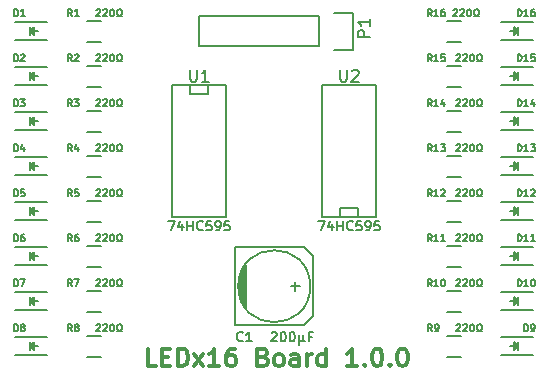
<source format=gbr>
G04 #@! TF.FileFunction,Legend,Top*
%FSLAX46Y46*%
G04 Gerber Fmt 4.6, Leading zero omitted, Abs format (unit mm)*
G04 Created by KiCad (PCBNEW 4.0.1-stable) date 2016 January 27, Wednesday 21:53:49*
%MOMM*%
G01*
G04 APERTURE LIST*
%ADD10C,0.100000*%
%ADD11C,0.300000*%
%ADD12C,0.150000*%
G04 APERTURE END LIST*
D10*
D11*
X101764001Y-79164571D02*
X101049715Y-79164571D01*
X101049715Y-77664571D01*
X102264001Y-78378857D02*
X102764001Y-78378857D01*
X102978287Y-79164571D02*
X102264001Y-79164571D01*
X102264001Y-77664571D01*
X102978287Y-77664571D01*
X103621144Y-79164571D02*
X103621144Y-77664571D01*
X103978287Y-77664571D01*
X104192572Y-77736000D01*
X104335430Y-77878857D01*
X104406858Y-78021714D01*
X104478287Y-78307429D01*
X104478287Y-78521714D01*
X104406858Y-78807429D01*
X104335430Y-78950286D01*
X104192572Y-79093143D01*
X103978287Y-79164571D01*
X103621144Y-79164571D01*
X104978287Y-79164571D02*
X105764001Y-78164571D01*
X104978287Y-78164571D02*
X105764001Y-79164571D01*
X107121144Y-79164571D02*
X106264001Y-79164571D01*
X106692573Y-79164571D02*
X106692573Y-77664571D01*
X106549716Y-77878857D01*
X106406858Y-78021714D01*
X106264001Y-78093143D01*
X108406858Y-77664571D02*
X108121144Y-77664571D01*
X107978287Y-77736000D01*
X107906858Y-77807429D01*
X107764001Y-78021714D01*
X107692572Y-78307429D01*
X107692572Y-78878857D01*
X107764001Y-79021714D01*
X107835429Y-79093143D01*
X107978287Y-79164571D01*
X108264001Y-79164571D01*
X108406858Y-79093143D01*
X108478287Y-79021714D01*
X108549715Y-78878857D01*
X108549715Y-78521714D01*
X108478287Y-78378857D01*
X108406858Y-78307429D01*
X108264001Y-78236000D01*
X107978287Y-78236000D01*
X107835429Y-78307429D01*
X107764001Y-78378857D01*
X107692572Y-78521714D01*
X110835429Y-78378857D02*
X111049715Y-78450286D01*
X111121143Y-78521714D01*
X111192572Y-78664571D01*
X111192572Y-78878857D01*
X111121143Y-79021714D01*
X111049715Y-79093143D01*
X110906857Y-79164571D01*
X110335429Y-79164571D01*
X110335429Y-77664571D01*
X110835429Y-77664571D01*
X110978286Y-77736000D01*
X111049715Y-77807429D01*
X111121143Y-77950286D01*
X111121143Y-78093143D01*
X111049715Y-78236000D01*
X110978286Y-78307429D01*
X110835429Y-78378857D01*
X110335429Y-78378857D01*
X112049715Y-79164571D02*
X111906857Y-79093143D01*
X111835429Y-79021714D01*
X111764000Y-78878857D01*
X111764000Y-78450286D01*
X111835429Y-78307429D01*
X111906857Y-78236000D01*
X112049715Y-78164571D01*
X112264000Y-78164571D01*
X112406857Y-78236000D01*
X112478286Y-78307429D01*
X112549715Y-78450286D01*
X112549715Y-78878857D01*
X112478286Y-79021714D01*
X112406857Y-79093143D01*
X112264000Y-79164571D01*
X112049715Y-79164571D01*
X113835429Y-79164571D02*
X113835429Y-78378857D01*
X113764000Y-78236000D01*
X113621143Y-78164571D01*
X113335429Y-78164571D01*
X113192572Y-78236000D01*
X113835429Y-79093143D02*
X113692572Y-79164571D01*
X113335429Y-79164571D01*
X113192572Y-79093143D01*
X113121143Y-78950286D01*
X113121143Y-78807429D01*
X113192572Y-78664571D01*
X113335429Y-78593143D01*
X113692572Y-78593143D01*
X113835429Y-78521714D01*
X114549715Y-79164571D02*
X114549715Y-78164571D01*
X114549715Y-78450286D02*
X114621143Y-78307429D01*
X114692572Y-78236000D01*
X114835429Y-78164571D01*
X114978286Y-78164571D01*
X116121143Y-79164571D02*
X116121143Y-77664571D01*
X116121143Y-79093143D02*
X115978286Y-79164571D01*
X115692572Y-79164571D01*
X115549714Y-79093143D01*
X115478286Y-79021714D01*
X115406857Y-78878857D01*
X115406857Y-78450286D01*
X115478286Y-78307429D01*
X115549714Y-78236000D01*
X115692572Y-78164571D01*
X115978286Y-78164571D01*
X116121143Y-78236000D01*
X118764000Y-79164571D02*
X117906857Y-79164571D01*
X118335429Y-79164571D02*
X118335429Y-77664571D01*
X118192572Y-77878857D01*
X118049714Y-78021714D01*
X117906857Y-78093143D01*
X119406857Y-79021714D02*
X119478285Y-79093143D01*
X119406857Y-79164571D01*
X119335428Y-79093143D01*
X119406857Y-79021714D01*
X119406857Y-79164571D01*
X120406857Y-77664571D02*
X120549714Y-77664571D01*
X120692571Y-77736000D01*
X120764000Y-77807429D01*
X120835429Y-77950286D01*
X120906857Y-78236000D01*
X120906857Y-78593143D01*
X120835429Y-78878857D01*
X120764000Y-79021714D01*
X120692571Y-79093143D01*
X120549714Y-79164571D01*
X120406857Y-79164571D01*
X120264000Y-79093143D01*
X120192571Y-79021714D01*
X120121143Y-78878857D01*
X120049714Y-78593143D01*
X120049714Y-78236000D01*
X120121143Y-77950286D01*
X120192571Y-77807429D01*
X120264000Y-77736000D01*
X120406857Y-77664571D01*
X121549714Y-79021714D02*
X121621142Y-79093143D01*
X121549714Y-79164571D01*
X121478285Y-79093143D01*
X121549714Y-79021714D01*
X121549714Y-79164571D01*
X122549714Y-77664571D02*
X122692571Y-77664571D01*
X122835428Y-77736000D01*
X122906857Y-77807429D01*
X122978286Y-77950286D01*
X123049714Y-78236000D01*
X123049714Y-78593143D01*
X122978286Y-78878857D01*
X122906857Y-79021714D01*
X122835428Y-79093143D01*
X122692571Y-79164571D01*
X122549714Y-79164571D01*
X122406857Y-79093143D01*
X122335428Y-79021714D01*
X122264000Y-78878857D01*
X122192571Y-78593143D01*
X122192571Y-78236000D01*
X122264000Y-77950286D01*
X122335428Y-77807429D01*
X122406857Y-77736000D01*
X122549714Y-77664571D01*
D12*
X108839000Y-71628000D02*
X108839000Y-73152000D01*
X108966000Y-73533000D02*
X108966000Y-71247000D01*
X109093000Y-70993000D02*
X109093000Y-73787000D01*
X109220000Y-74041000D02*
X109220000Y-70739000D01*
X109347000Y-70612000D02*
X109347000Y-74168000D01*
X108458000Y-69088000D02*
X108458000Y-75692000D01*
X108458000Y-75692000D02*
X114300000Y-75692000D01*
X114300000Y-75692000D02*
X115062000Y-74930000D01*
X115062000Y-74930000D02*
X115062000Y-69850000D01*
X115062000Y-69850000D02*
X114300000Y-69088000D01*
X114300000Y-69088000D02*
X108458000Y-69088000D01*
X113919000Y-72390000D02*
X113157000Y-72390000D01*
X113538000Y-72009000D02*
X113538000Y-72771000D01*
X114808000Y-72390000D02*
G75*
G03X114808000Y-72390000I-3048000J0D01*
G01*
X89840000Y-51550000D02*
X92540000Y-51550000D01*
X89840000Y-50050000D02*
X92540000Y-50050000D01*
X91340000Y-50950000D02*
X91340000Y-50700000D01*
X91340000Y-50700000D02*
X91190000Y-50850000D01*
X91090000Y-50450000D02*
X91090000Y-51150000D01*
X91440000Y-50800000D02*
X91790000Y-50800000D01*
X91090000Y-50800000D02*
X91440000Y-50450000D01*
X91440000Y-50450000D02*
X91440000Y-51150000D01*
X91440000Y-51150000D02*
X91090000Y-50800000D01*
X89840000Y-55360000D02*
X92540000Y-55360000D01*
X89840000Y-53860000D02*
X92540000Y-53860000D01*
X91340000Y-54760000D02*
X91340000Y-54510000D01*
X91340000Y-54510000D02*
X91190000Y-54660000D01*
X91090000Y-54260000D02*
X91090000Y-54960000D01*
X91440000Y-54610000D02*
X91790000Y-54610000D01*
X91090000Y-54610000D02*
X91440000Y-54260000D01*
X91440000Y-54260000D02*
X91440000Y-54960000D01*
X91440000Y-54960000D02*
X91090000Y-54610000D01*
X89840000Y-59170000D02*
X92540000Y-59170000D01*
X89840000Y-57670000D02*
X92540000Y-57670000D01*
X91340000Y-58570000D02*
X91340000Y-58320000D01*
X91340000Y-58320000D02*
X91190000Y-58470000D01*
X91090000Y-58070000D02*
X91090000Y-58770000D01*
X91440000Y-58420000D02*
X91790000Y-58420000D01*
X91090000Y-58420000D02*
X91440000Y-58070000D01*
X91440000Y-58070000D02*
X91440000Y-58770000D01*
X91440000Y-58770000D02*
X91090000Y-58420000D01*
X89840000Y-62980000D02*
X92540000Y-62980000D01*
X89840000Y-61480000D02*
X92540000Y-61480000D01*
X91340000Y-62380000D02*
X91340000Y-62130000D01*
X91340000Y-62130000D02*
X91190000Y-62280000D01*
X91090000Y-61880000D02*
X91090000Y-62580000D01*
X91440000Y-62230000D02*
X91790000Y-62230000D01*
X91090000Y-62230000D02*
X91440000Y-61880000D01*
X91440000Y-61880000D02*
X91440000Y-62580000D01*
X91440000Y-62580000D02*
X91090000Y-62230000D01*
X89840000Y-66790000D02*
X92540000Y-66790000D01*
X89840000Y-65290000D02*
X92540000Y-65290000D01*
X91340000Y-66190000D02*
X91340000Y-65940000D01*
X91340000Y-65940000D02*
X91190000Y-66090000D01*
X91090000Y-65690000D02*
X91090000Y-66390000D01*
X91440000Y-66040000D02*
X91790000Y-66040000D01*
X91090000Y-66040000D02*
X91440000Y-65690000D01*
X91440000Y-65690000D02*
X91440000Y-66390000D01*
X91440000Y-66390000D02*
X91090000Y-66040000D01*
X89840000Y-70600000D02*
X92540000Y-70600000D01*
X89840000Y-69100000D02*
X92540000Y-69100000D01*
X91340000Y-70000000D02*
X91340000Y-69750000D01*
X91340000Y-69750000D02*
X91190000Y-69900000D01*
X91090000Y-69500000D02*
X91090000Y-70200000D01*
X91440000Y-69850000D02*
X91790000Y-69850000D01*
X91090000Y-69850000D02*
X91440000Y-69500000D01*
X91440000Y-69500000D02*
X91440000Y-70200000D01*
X91440000Y-70200000D02*
X91090000Y-69850000D01*
X89840000Y-74410000D02*
X92540000Y-74410000D01*
X89840000Y-72910000D02*
X92540000Y-72910000D01*
X91340000Y-73810000D02*
X91340000Y-73560000D01*
X91340000Y-73560000D02*
X91190000Y-73710000D01*
X91090000Y-73310000D02*
X91090000Y-74010000D01*
X91440000Y-73660000D02*
X91790000Y-73660000D01*
X91090000Y-73660000D02*
X91440000Y-73310000D01*
X91440000Y-73310000D02*
X91440000Y-74010000D01*
X91440000Y-74010000D02*
X91090000Y-73660000D01*
X89840000Y-78220000D02*
X92540000Y-78220000D01*
X89840000Y-76720000D02*
X92540000Y-76720000D01*
X91340000Y-77620000D02*
X91340000Y-77370000D01*
X91340000Y-77370000D02*
X91190000Y-77520000D01*
X91090000Y-77120000D02*
X91090000Y-77820000D01*
X91440000Y-77470000D02*
X91790000Y-77470000D01*
X91090000Y-77470000D02*
X91440000Y-77120000D01*
X91440000Y-77120000D02*
X91440000Y-77820000D01*
X91440000Y-77820000D02*
X91090000Y-77470000D01*
X133680000Y-76720000D02*
X130980000Y-76720000D01*
X133680000Y-78220000D02*
X130980000Y-78220000D01*
X132180000Y-77320000D02*
X132180000Y-77570000D01*
X132180000Y-77570000D02*
X132330000Y-77420000D01*
X132430000Y-77820000D02*
X132430000Y-77120000D01*
X132080000Y-77470000D02*
X131730000Y-77470000D01*
X132430000Y-77470000D02*
X132080000Y-77820000D01*
X132080000Y-77820000D02*
X132080000Y-77120000D01*
X132080000Y-77120000D02*
X132430000Y-77470000D01*
X133680000Y-72910000D02*
X130980000Y-72910000D01*
X133680000Y-74410000D02*
X130980000Y-74410000D01*
X132180000Y-73510000D02*
X132180000Y-73760000D01*
X132180000Y-73760000D02*
X132330000Y-73610000D01*
X132430000Y-74010000D02*
X132430000Y-73310000D01*
X132080000Y-73660000D02*
X131730000Y-73660000D01*
X132430000Y-73660000D02*
X132080000Y-74010000D01*
X132080000Y-74010000D02*
X132080000Y-73310000D01*
X132080000Y-73310000D02*
X132430000Y-73660000D01*
X133680000Y-69100000D02*
X130980000Y-69100000D01*
X133680000Y-70600000D02*
X130980000Y-70600000D01*
X132180000Y-69700000D02*
X132180000Y-69950000D01*
X132180000Y-69950000D02*
X132330000Y-69800000D01*
X132430000Y-70200000D02*
X132430000Y-69500000D01*
X132080000Y-69850000D02*
X131730000Y-69850000D01*
X132430000Y-69850000D02*
X132080000Y-70200000D01*
X132080000Y-70200000D02*
X132080000Y-69500000D01*
X132080000Y-69500000D02*
X132430000Y-69850000D01*
X133680000Y-65290000D02*
X130980000Y-65290000D01*
X133680000Y-66790000D02*
X130980000Y-66790000D01*
X132180000Y-65890000D02*
X132180000Y-66140000D01*
X132180000Y-66140000D02*
X132330000Y-65990000D01*
X132430000Y-66390000D02*
X132430000Y-65690000D01*
X132080000Y-66040000D02*
X131730000Y-66040000D01*
X132430000Y-66040000D02*
X132080000Y-66390000D01*
X132080000Y-66390000D02*
X132080000Y-65690000D01*
X132080000Y-65690000D02*
X132430000Y-66040000D01*
X133680000Y-61480000D02*
X130980000Y-61480000D01*
X133680000Y-62980000D02*
X130980000Y-62980000D01*
X132180000Y-62080000D02*
X132180000Y-62330000D01*
X132180000Y-62330000D02*
X132330000Y-62180000D01*
X132430000Y-62580000D02*
X132430000Y-61880000D01*
X132080000Y-62230000D02*
X131730000Y-62230000D01*
X132430000Y-62230000D02*
X132080000Y-62580000D01*
X132080000Y-62580000D02*
X132080000Y-61880000D01*
X132080000Y-61880000D02*
X132430000Y-62230000D01*
X133680000Y-57670000D02*
X130980000Y-57670000D01*
X133680000Y-59170000D02*
X130980000Y-59170000D01*
X132180000Y-58270000D02*
X132180000Y-58520000D01*
X132180000Y-58520000D02*
X132330000Y-58370000D01*
X132430000Y-58770000D02*
X132430000Y-58070000D01*
X132080000Y-58420000D02*
X131730000Y-58420000D01*
X132430000Y-58420000D02*
X132080000Y-58770000D01*
X132080000Y-58770000D02*
X132080000Y-58070000D01*
X132080000Y-58070000D02*
X132430000Y-58420000D01*
X133680000Y-53860000D02*
X130980000Y-53860000D01*
X133680000Y-55360000D02*
X130980000Y-55360000D01*
X132180000Y-54460000D02*
X132180000Y-54710000D01*
X132180000Y-54710000D02*
X132330000Y-54560000D01*
X132430000Y-54960000D02*
X132430000Y-54260000D01*
X132080000Y-54610000D02*
X131730000Y-54610000D01*
X132430000Y-54610000D02*
X132080000Y-54960000D01*
X132080000Y-54960000D02*
X132080000Y-54260000D01*
X132080000Y-54260000D02*
X132430000Y-54610000D01*
X133680000Y-50050000D02*
X130980000Y-50050000D01*
X133680000Y-51550000D02*
X130980000Y-51550000D01*
X132180000Y-50650000D02*
X132180000Y-50900000D01*
X132180000Y-50900000D02*
X132330000Y-50750000D01*
X132430000Y-51150000D02*
X132430000Y-50450000D01*
X132080000Y-50800000D02*
X131730000Y-50800000D01*
X132430000Y-50800000D02*
X132080000Y-51150000D01*
X132080000Y-51150000D02*
X132080000Y-50450000D01*
X132080000Y-50450000D02*
X132430000Y-50800000D01*
X116840000Y-49250000D02*
X118390000Y-49250000D01*
X118390000Y-49250000D02*
X118390000Y-52350000D01*
X118390000Y-52350000D02*
X116840000Y-52350000D01*
X115570000Y-52070000D02*
X105410000Y-52070000D01*
X105410000Y-52070000D02*
X105410000Y-49530000D01*
X105410000Y-49530000D02*
X115570000Y-49530000D01*
X115570000Y-52070000D02*
X115570000Y-49530000D01*
X97120000Y-51675000D02*
X95920000Y-51675000D01*
X95920000Y-49925000D02*
X97120000Y-49925000D01*
X97120000Y-55485000D02*
X95920000Y-55485000D01*
X95920000Y-53735000D02*
X97120000Y-53735000D01*
X97120000Y-59295000D02*
X95920000Y-59295000D01*
X95920000Y-57545000D02*
X97120000Y-57545000D01*
X97120000Y-63105000D02*
X95920000Y-63105000D01*
X95920000Y-61355000D02*
X97120000Y-61355000D01*
X97120000Y-66915000D02*
X95920000Y-66915000D01*
X95920000Y-65165000D02*
X97120000Y-65165000D01*
X97120000Y-70725000D02*
X95920000Y-70725000D01*
X95920000Y-68975000D02*
X97120000Y-68975000D01*
X97120000Y-74535000D02*
X95920000Y-74535000D01*
X95920000Y-72785000D02*
X97120000Y-72785000D01*
X97120000Y-78345000D02*
X95920000Y-78345000D01*
X95920000Y-76595000D02*
X97120000Y-76595000D01*
X126400000Y-76595000D02*
X127600000Y-76595000D01*
X127600000Y-78345000D02*
X126400000Y-78345000D01*
X126400000Y-72785000D02*
X127600000Y-72785000D01*
X127600000Y-74535000D02*
X126400000Y-74535000D01*
X126400000Y-68975000D02*
X127600000Y-68975000D01*
X127600000Y-70725000D02*
X126400000Y-70725000D01*
X126400000Y-65165000D02*
X127600000Y-65165000D01*
X127600000Y-66915000D02*
X126400000Y-66915000D01*
X126400000Y-61355000D02*
X127600000Y-61355000D01*
X127600000Y-63105000D02*
X126400000Y-63105000D01*
X126400000Y-57545000D02*
X127600000Y-57545000D01*
X127600000Y-59295000D02*
X126400000Y-59295000D01*
X126400000Y-53735000D02*
X127600000Y-53735000D01*
X127600000Y-55485000D02*
X126400000Y-55485000D01*
X126400000Y-49925000D02*
X127600000Y-49925000D01*
X127600000Y-51675000D02*
X126400000Y-51675000D01*
X106172000Y-55372000D02*
X106172000Y-56134000D01*
X106172000Y-56134000D02*
X104648000Y-56134000D01*
X104648000Y-56134000D02*
X104648000Y-55372000D01*
X107696000Y-66548000D02*
X103124000Y-66548000D01*
X103124000Y-66548000D02*
X103124000Y-55372000D01*
X103124000Y-55372000D02*
X107696000Y-55372000D01*
X107696000Y-55372000D02*
X107696000Y-66548000D01*
X117348000Y-66548000D02*
X117348000Y-65786000D01*
X117348000Y-65786000D02*
X118872000Y-65786000D01*
X118872000Y-65786000D02*
X118872000Y-66548000D01*
X115824000Y-55372000D02*
X120396000Y-55372000D01*
X120396000Y-55372000D02*
X120396000Y-66548000D01*
X120396000Y-66548000D02*
X115824000Y-66548000D01*
X115824000Y-66548000D02*
X115824000Y-55372000D01*
X109086667Y-76993714D02*
X109048572Y-77031810D01*
X108934286Y-77069905D01*
X108858096Y-77069905D01*
X108743810Y-77031810D01*
X108667619Y-76955619D01*
X108629524Y-76879429D01*
X108591429Y-76727048D01*
X108591429Y-76612762D01*
X108629524Y-76460381D01*
X108667619Y-76384190D01*
X108743810Y-76308000D01*
X108858096Y-76269905D01*
X108934286Y-76269905D01*
X109048572Y-76308000D01*
X109086667Y-76346095D01*
X109848572Y-77069905D02*
X109391429Y-77069905D01*
X109620000Y-77069905D02*
X109620000Y-76269905D01*
X109543810Y-76384190D01*
X109467619Y-76460381D01*
X109391429Y-76498476D01*
X111531619Y-76346095D02*
X111569714Y-76308000D01*
X111645905Y-76269905D01*
X111836381Y-76269905D01*
X111912571Y-76308000D01*
X111950667Y-76346095D01*
X111988762Y-76422286D01*
X111988762Y-76498476D01*
X111950667Y-76612762D01*
X111493524Y-77069905D01*
X111988762Y-77069905D01*
X112484000Y-76269905D02*
X112560191Y-76269905D01*
X112636381Y-76308000D01*
X112674476Y-76346095D01*
X112712572Y-76422286D01*
X112750667Y-76574667D01*
X112750667Y-76765143D01*
X112712572Y-76917524D01*
X112674476Y-76993714D01*
X112636381Y-77031810D01*
X112560191Y-77069905D01*
X112484000Y-77069905D01*
X112407810Y-77031810D01*
X112369714Y-76993714D01*
X112331619Y-76917524D01*
X112293524Y-76765143D01*
X112293524Y-76574667D01*
X112331619Y-76422286D01*
X112369714Y-76346095D01*
X112407810Y-76308000D01*
X112484000Y-76269905D01*
X113245905Y-76269905D02*
X113322096Y-76269905D01*
X113398286Y-76308000D01*
X113436381Y-76346095D01*
X113474477Y-76422286D01*
X113512572Y-76574667D01*
X113512572Y-76765143D01*
X113474477Y-76917524D01*
X113436381Y-76993714D01*
X113398286Y-77031810D01*
X113322096Y-77069905D01*
X113245905Y-77069905D01*
X113169715Y-77031810D01*
X113131619Y-76993714D01*
X113093524Y-76917524D01*
X113055429Y-76765143D01*
X113055429Y-76574667D01*
X113093524Y-76422286D01*
X113131619Y-76346095D01*
X113169715Y-76308000D01*
X113245905Y-76269905D01*
X113855429Y-76536571D02*
X113855429Y-77336571D01*
X114236382Y-76955619D02*
X114274477Y-77031810D01*
X114350667Y-77069905D01*
X113855429Y-76955619D02*
X113893524Y-77031810D01*
X113969715Y-77069905D01*
X114122096Y-77069905D01*
X114198286Y-77031810D01*
X114236382Y-76955619D01*
X114236382Y-76536571D01*
X114960191Y-76650857D02*
X114693524Y-76650857D01*
X114693524Y-77069905D02*
X114693524Y-76269905D01*
X115074477Y-76269905D01*
X89727143Y-49547429D02*
X89727143Y-48947429D01*
X89870000Y-48947429D01*
X89955715Y-48976000D01*
X90012857Y-49033143D01*
X90041429Y-49090286D01*
X90070000Y-49204571D01*
X90070000Y-49290286D01*
X90041429Y-49404571D01*
X90012857Y-49461714D01*
X89955715Y-49518857D01*
X89870000Y-49547429D01*
X89727143Y-49547429D01*
X90641429Y-49547429D02*
X90298572Y-49547429D01*
X90470000Y-49547429D02*
X90470000Y-48947429D01*
X90412857Y-49033143D01*
X90355715Y-49090286D01*
X90298572Y-49118857D01*
X89727143Y-53357429D02*
X89727143Y-52757429D01*
X89870000Y-52757429D01*
X89955715Y-52786000D01*
X90012857Y-52843143D01*
X90041429Y-52900286D01*
X90070000Y-53014571D01*
X90070000Y-53100286D01*
X90041429Y-53214571D01*
X90012857Y-53271714D01*
X89955715Y-53328857D01*
X89870000Y-53357429D01*
X89727143Y-53357429D01*
X90298572Y-52814571D02*
X90327143Y-52786000D01*
X90384286Y-52757429D01*
X90527143Y-52757429D01*
X90584286Y-52786000D01*
X90612857Y-52814571D01*
X90641429Y-52871714D01*
X90641429Y-52928857D01*
X90612857Y-53014571D01*
X90270000Y-53357429D01*
X90641429Y-53357429D01*
X89727143Y-57167429D02*
X89727143Y-56567429D01*
X89870000Y-56567429D01*
X89955715Y-56596000D01*
X90012857Y-56653143D01*
X90041429Y-56710286D01*
X90070000Y-56824571D01*
X90070000Y-56910286D01*
X90041429Y-57024571D01*
X90012857Y-57081714D01*
X89955715Y-57138857D01*
X89870000Y-57167429D01*
X89727143Y-57167429D01*
X90270000Y-56567429D02*
X90641429Y-56567429D01*
X90441429Y-56796000D01*
X90527143Y-56796000D01*
X90584286Y-56824571D01*
X90612857Y-56853143D01*
X90641429Y-56910286D01*
X90641429Y-57053143D01*
X90612857Y-57110286D01*
X90584286Y-57138857D01*
X90527143Y-57167429D01*
X90355715Y-57167429D01*
X90298572Y-57138857D01*
X90270000Y-57110286D01*
X89727143Y-60977429D02*
X89727143Y-60377429D01*
X89870000Y-60377429D01*
X89955715Y-60406000D01*
X90012857Y-60463143D01*
X90041429Y-60520286D01*
X90070000Y-60634571D01*
X90070000Y-60720286D01*
X90041429Y-60834571D01*
X90012857Y-60891714D01*
X89955715Y-60948857D01*
X89870000Y-60977429D01*
X89727143Y-60977429D01*
X90584286Y-60577429D02*
X90584286Y-60977429D01*
X90441429Y-60348857D02*
X90298572Y-60777429D01*
X90670000Y-60777429D01*
X89727143Y-64787429D02*
X89727143Y-64187429D01*
X89870000Y-64187429D01*
X89955715Y-64216000D01*
X90012857Y-64273143D01*
X90041429Y-64330286D01*
X90070000Y-64444571D01*
X90070000Y-64530286D01*
X90041429Y-64644571D01*
X90012857Y-64701714D01*
X89955715Y-64758857D01*
X89870000Y-64787429D01*
X89727143Y-64787429D01*
X90612857Y-64187429D02*
X90327143Y-64187429D01*
X90298572Y-64473143D01*
X90327143Y-64444571D01*
X90384286Y-64416000D01*
X90527143Y-64416000D01*
X90584286Y-64444571D01*
X90612857Y-64473143D01*
X90641429Y-64530286D01*
X90641429Y-64673143D01*
X90612857Y-64730286D01*
X90584286Y-64758857D01*
X90527143Y-64787429D01*
X90384286Y-64787429D01*
X90327143Y-64758857D01*
X90298572Y-64730286D01*
X89727143Y-68597429D02*
X89727143Y-67997429D01*
X89870000Y-67997429D01*
X89955715Y-68026000D01*
X90012857Y-68083143D01*
X90041429Y-68140286D01*
X90070000Y-68254571D01*
X90070000Y-68340286D01*
X90041429Y-68454571D01*
X90012857Y-68511714D01*
X89955715Y-68568857D01*
X89870000Y-68597429D01*
X89727143Y-68597429D01*
X90584286Y-67997429D02*
X90470000Y-67997429D01*
X90412857Y-68026000D01*
X90384286Y-68054571D01*
X90327143Y-68140286D01*
X90298572Y-68254571D01*
X90298572Y-68483143D01*
X90327143Y-68540286D01*
X90355715Y-68568857D01*
X90412857Y-68597429D01*
X90527143Y-68597429D01*
X90584286Y-68568857D01*
X90612857Y-68540286D01*
X90641429Y-68483143D01*
X90641429Y-68340286D01*
X90612857Y-68283143D01*
X90584286Y-68254571D01*
X90527143Y-68226000D01*
X90412857Y-68226000D01*
X90355715Y-68254571D01*
X90327143Y-68283143D01*
X90298572Y-68340286D01*
X89727143Y-72407429D02*
X89727143Y-71807429D01*
X89870000Y-71807429D01*
X89955715Y-71836000D01*
X90012857Y-71893143D01*
X90041429Y-71950286D01*
X90070000Y-72064571D01*
X90070000Y-72150286D01*
X90041429Y-72264571D01*
X90012857Y-72321714D01*
X89955715Y-72378857D01*
X89870000Y-72407429D01*
X89727143Y-72407429D01*
X90270000Y-71807429D02*
X90670000Y-71807429D01*
X90412857Y-72407429D01*
X89727143Y-76217429D02*
X89727143Y-75617429D01*
X89870000Y-75617429D01*
X89955715Y-75646000D01*
X90012857Y-75703143D01*
X90041429Y-75760286D01*
X90070000Y-75874571D01*
X90070000Y-75960286D01*
X90041429Y-76074571D01*
X90012857Y-76131714D01*
X89955715Y-76188857D01*
X89870000Y-76217429D01*
X89727143Y-76217429D01*
X90412857Y-75874571D02*
X90355715Y-75846000D01*
X90327143Y-75817429D01*
X90298572Y-75760286D01*
X90298572Y-75731714D01*
X90327143Y-75674571D01*
X90355715Y-75646000D01*
X90412857Y-75617429D01*
X90527143Y-75617429D01*
X90584286Y-75646000D01*
X90612857Y-75674571D01*
X90641429Y-75731714D01*
X90641429Y-75760286D01*
X90612857Y-75817429D01*
X90584286Y-75846000D01*
X90527143Y-75874571D01*
X90412857Y-75874571D01*
X90355715Y-75903143D01*
X90327143Y-75931714D01*
X90298572Y-75988857D01*
X90298572Y-76103143D01*
X90327143Y-76160286D01*
X90355715Y-76188857D01*
X90412857Y-76217429D01*
X90527143Y-76217429D01*
X90584286Y-76188857D01*
X90612857Y-76160286D01*
X90641429Y-76103143D01*
X90641429Y-75988857D01*
X90612857Y-75931714D01*
X90584286Y-75903143D01*
X90527143Y-75874571D01*
X132907143Y-76217429D02*
X132907143Y-75617429D01*
X133050000Y-75617429D01*
X133135715Y-75646000D01*
X133192857Y-75703143D01*
X133221429Y-75760286D01*
X133250000Y-75874571D01*
X133250000Y-75960286D01*
X133221429Y-76074571D01*
X133192857Y-76131714D01*
X133135715Y-76188857D01*
X133050000Y-76217429D01*
X132907143Y-76217429D01*
X133535715Y-76217429D02*
X133650000Y-76217429D01*
X133707143Y-76188857D01*
X133735715Y-76160286D01*
X133792857Y-76074571D01*
X133821429Y-75960286D01*
X133821429Y-75731714D01*
X133792857Y-75674571D01*
X133764286Y-75646000D01*
X133707143Y-75617429D01*
X133592857Y-75617429D01*
X133535715Y-75646000D01*
X133507143Y-75674571D01*
X133478572Y-75731714D01*
X133478572Y-75874571D01*
X133507143Y-75931714D01*
X133535715Y-75960286D01*
X133592857Y-75988857D01*
X133707143Y-75988857D01*
X133764286Y-75960286D01*
X133792857Y-75931714D01*
X133821429Y-75874571D01*
X132367428Y-72407429D02*
X132367428Y-71807429D01*
X132510285Y-71807429D01*
X132596000Y-71836000D01*
X132653142Y-71893143D01*
X132681714Y-71950286D01*
X132710285Y-72064571D01*
X132710285Y-72150286D01*
X132681714Y-72264571D01*
X132653142Y-72321714D01*
X132596000Y-72378857D01*
X132510285Y-72407429D01*
X132367428Y-72407429D01*
X133281714Y-72407429D02*
X132938857Y-72407429D01*
X133110285Y-72407429D02*
X133110285Y-71807429D01*
X133053142Y-71893143D01*
X132996000Y-71950286D01*
X132938857Y-71978857D01*
X133653143Y-71807429D02*
X133710286Y-71807429D01*
X133767429Y-71836000D01*
X133796000Y-71864571D01*
X133824571Y-71921714D01*
X133853143Y-72036000D01*
X133853143Y-72178857D01*
X133824571Y-72293143D01*
X133796000Y-72350286D01*
X133767429Y-72378857D01*
X133710286Y-72407429D01*
X133653143Y-72407429D01*
X133596000Y-72378857D01*
X133567429Y-72350286D01*
X133538857Y-72293143D01*
X133510286Y-72178857D01*
X133510286Y-72036000D01*
X133538857Y-71921714D01*
X133567429Y-71864571D01*
X133596000Y-71836000D01*
X133653143Y-71807429D01*
X132367428Y-68597429D02*
X132367428Y-67997429D01*
X132510285Y-67997429D01*
X132596000Y-68026000D01*
X132653142Y-68083143D01*
X132681714Y-68140286D01*
X132710285Y-68254571D01*
X132710285Y-68340286D01*
X132681714Y-68454571D01*
X132653142Y-68511714D01*
X132596000Y-68568857D01*
X132510285Y-68597429D01*
X132367428Y-68597429D01*
X133281714Y-68597429D02*
X132938857Y-68597429D01*
X133110285Y-68597429D02*
X133110285Y-67997429D01*
X133053142Y-68083143D01*
X132996000Y-68140286D01*
X132938857Y-68168857D01*
X133853143Y-68597429D02*
X133510286Y-68597429D01*
X133681714Y-68597429D02*
X133681714Y-67997429D01*
X133624571Y-68083143D01*
X133567429Y-68140286D01*
X133510286Y-68168857D01*
X132367428Y-64787429D02*
X132367428Y-64187429D01*
X132510285Y-64187429D01*
X132596000Y-64216000D01*
X132653142Y-64273143D01*
X132681714Y-64330286D01*
X132710285Y-64444571D01*
X132710285Y-64530286D01*
X132681714Y-64644571D01*
X132653142Y-64701714D01*
X132596000Y-64758857D01*
X132510285Y-64787429D01*
X132367428Y-64787429D01*
X133281714Y-64787429D02*
X132938857Y-64787429D01*
X133110285Y-64787429D02*
X133110285Y-64187429D01*
X133053142Y-64273143D01*
X132996000Y-64330286D01*
X132938857Y-64358857D01*
X133510286Y-64244571D02*
X133538857Y-64216000D01*
X133596000Y-64187429D01*
X133738857Y-64187429D01*
X133796000Y-64216000D01*
X133824571Y-64244571D01*
X133853143Y-64301714D01*
X133853143Y-64358857D01*
X133824571Y-64444571D01*
X133481714Y-64787429D01*
X133853143Y-64787429D01*
X132367428Y-60977429D02*
X132367428Y-60377429D01*
X132510285Y-60377429D01*
X132596000Y-60406000D01*
X132653142Y-60463143D01*
X132681714Y-60520286D01*
X132710285Y-60634571D01*
X132710285Y-60720286D01*
X132681714Y-60834571D01*
X132653142Y-60891714D01*
X132596000Y-60948857D01*
X132510285Y-60977429D01*
X132367428Y-60977429D01*
X133281714Y-60977429D02*
X132938857Y-60977429D01*
X133110285Y-60977429D02*
X133110285Y-60377429D01*
X133053142Y-60463143D01*
X132996000Y-60520286D01*
X132938857Y-60548857D01*
X133481714Y-60377429D02*
X133853143Y-60377429D01*
X133653143Y-60606000D01*
X133738857Y-60606000D01*
X133796000Y-60634571D01*
X133824571Y-60663143D01*
X133853143Y-60720286D01*
X133853143Y-60863143D01*
X133824571Y-60920286D01*
X133796000Y-60948857D01*
X133738857Y-60977429D01*
X133567429Y-60977429D01*
X133510286Y-60948857D01*
X133481714Y-60920286D01*
X132367428Y-57167429D02*
X132367428Y-56567429D01*
X132510285Y-56567429D01*
X132596000Y-56596000D01*
X132653142Y-56653143D01*
X132681714Y-56710286D01*
X132710285Y-56824571D01*
X132710285Y-56910286D01*
X132681714Y-57024571D01*
X132653142Y-57081714D01*
X132596000Y-57138857D01*
X132510285Y-57167429D01*
X132367428Y-57167429D01*
X133281714Y-57167429D02*
X132938857Y-57167429D01*
X133110285Y-57167429D02*
X133110285Y-56567429D01*
X133053142Y-56653143D01*
X132996000Y-56710286D01*
X132938857Y-56738857D01*
X133796000Y-56767429D02*
X133796000Y-57167429D01*
X133653143Y-56538857D02*
X133510286Y-56967429D01*
X133881714Y-56967429D01*
X132367428Y-53357429D02*
X132367428Y-52757429D01*
X132510285Y-52757429D01*
X132596000Y-52786000D01*
X132653142Y-52843143D01*
X132681714Y-52900286D01*
X132710285Y-53014571D01*
X132710285Y-53100286D01*
X132681714Y-53214571D01*
X132653142Y-53271714D01*
X132596000Y-53328857D01*
X132510285Y-53357429D01*
X132367428Y-53357429D01*
X133281714Y-53357429D02*
X132938857Y-53357429D01*
X133110285Y-53357429D02*
X133110285Y-52757429D01*
X133053142Y-52843143D01*
X132996000Y-52900286D01*
X132938857Y-52928857D01*
X133824571Y-52757429D02*
X133538857Y-52757429D01*
X133510286Y-53043143D01*
X133538857Y-53014571D01*
X133596000Y-52986000D01*
X133738857Y-52986000D01*
X133796000Y-53014571D01*
X133824571Y-53043143D01*
X133853143Y-53100286D01*
X133853143Y-53243143D01*
X133824571Y-53300286D01*
X133796000Y-53328857D01*
X133738857Y-53357429D01*
X133596000Y-53357429D01*
X133538857Y-53328857D01*
X133510286Y-53300286D01*
X132367428Y-49547429D02*
X132367428Y-48947429D01*
X132510285Y-48947429D01*
X132596000Y-48976000D01*
X132653142Y-49033143D01*
X132681714Y-49090286D01*
X132710285Y-49204571D01*
X132710285Y-49290286D01*
X132681714Y-49404571D01*
X132653142Y-49461714D01*
X132596000Y-49518857D01*
X132510285Y-49547429D01*
X132367428Y-49547429D01*
X133281714Y-49547429D02*
X132938857Y-49547429D01*
X133110285Y-49547429D02*
X133110285Y-48947429D01*
X133053142Y-49033143D01*
X132996000Y-49090286D01*
X132938857Y-49118857D01*
X133796000Y-48947429D02*
X133681714Y-48947429D01*
X133624571Y-48976000D01*
X133596000Y-49004571D01*
X133538857Y-49090286D01*
X133510286Y-49204571D01*
X133510286Y-49433143D01*
X133538857Y-49490286D01*
X133567429Y-49518857D01*
X133624571Y-49547429D01*
X133738857Y-49547429D01*
X133796000Y-49518857D01*
X133824571Y-49490286D01*
X133853143Y-49433143D01*
X133853143Y-49290286D01*
X133824571Y-49233143D01*
X133796000Y-49204571D01*
X133738857Y-49176000D01*
X133624571Y-49176000D01*
X133567429Y-49204571D01*
X133538857Y-49233143D01*
X133510286Y-49290286D01*
X119832381Y-51284095D02*
X118832381Y-51284095D01*
X118832381Y-50903142D01*
X118880000Y-50807904D01*
X118927619Y-50760285D01*
X119022857Y-50712666D01*
X119165714Y-50712666D01*
X119260952Y-50760285D01*
X119308571Y-50807904D01*
X119356190Y-50903142D01*
X119356190Y-51284095D01*
X119832381Y-49760285D02*
X119832381Y-50331714D01*
X119832381Y-50046000D02*
X118832381Y-50046000D01*
X118975238Y-50141238D01*
X119070476Y-50236476D01*
X119118095Y-50331714D01*
X94642000Y-49547429D02*
X94442000Y-49261714D01*
X94299143Y-49547429D02*
X94299143Y-48947429D01*
X94527715Y-48947429D01*
X94584857Y-48976000D01*
X94613429Y-49004571D01*
X94642000Y-49061714D01*
X94642000Y-49147429D01*
X94613429Y-49204571D01*
X94584857Y-49233143D01*
X94527715Y-49261714D01*
X94299143Y-49261714D01*
X95213429Y-49547429D02*
X94870572Y-49547429D01*
X95042000Y-49547429D02*
X95042000Y-48947429D01*
X94984857Y-49033143D01*
X94927715Y-49090286D01*
X94870572Y-49118857D01*
X96704286Y-49004571D02*
X96732857Y-48976000D01*
X96790000Y-48947429D01*
X96932857Y-48947429D01*
X96990000Y-48976000D01*
X97018571Y-49004571D01*
X97047143Y-49061714D01*
X97047143Y-49118857D01*
X97018571Y-49204571D01*
X96675714Y-49547429D01*
X97047143Y-49547429D01*
X97275715Y-49004571D02*
X97304286Y-48976000D01*
X97361429Y-48947429D01*
X97504286Y-48947429D01*
X97561429Y-48976000D01*
X97590000Y-49004571D01*
X97618572Y-49061714D01*
X97618572Y-49118857D01*
X97590000Y-49204571D01*
X97247143Y-49547429D01*
X97618572Y-49547429D01*
X97990001Y-48947429D02*
X98047144Y-48947429D01*
X98104287Y-48976000D01*
X98132858Y-49004571D01*
X98161429Y-49061714D01*
X98190001Y-49176000D01*
X98190001Y-49318857D01*
X98161429Y-49433143D01*
X98132858Y-49490286D01*
X98104287Y-49518857D01*
X98047144Y-49547429D01*
X97990001Y-49547429D01*
X97932858Y-49518857D01*
X97904287Y-49490286D01*
X97875715Y-49433143D01*
X97847144Y-49318857D01*
X97847144Y-49176000D01*
X97875715Y-49061714D01*
X97904287Y-49004571D01*
X97932858Y-48976000D01*
X97990001Y-48947429D01*
X98418573Y-49547429D02*
X98561430Y-49547429D01*
X98561430Y-49433143D01*
X98504287Y-49404571D01*
X98447144Y-49347429D01*
X98418573Y-49261714D01*
X98418573Y-49118857D01*
X98447144Y-49033143D01*
X98504287Y-48976000D01*
X98590001Y-48947429D01*
X98704287Y-48947429D01*
X98790001Y-48976000D01*
X98847144Y-49033143D01*
X98875716Y-49118857D01*
X98875716Y-49261714D01*
X98847144Y-49347429D01*
X98790001Y-49404571D01*
X98732858Y-49433143D01*
X98732858Y-49547429D01*
X98875716Y-49547429D01*
X94642000Y-53357429D02*
X94442000Y-53071714D01*
X94299143Y-53357429D02*
X94299143Y-52757429D01*
X94527715Y-52757429D01*
X94584857Y-52786000D01*
X94613429Y-52814571D01*
X94642000Y-52871714D01*
X94642000Y-52957429D01*
X94613429Y-53014571D01*
X94584857Y-53043143D01*
X94527715Y-53071714D01*
X94299143Y-53071714D01*
X94870572Y-52814571D02*
X94899143Y-52786000D01*
X94956286Y-52757429D01*
X95099143Y-52757429D01*
X95156286Y-52786000D01*
X95184857Y-52814571D01*
X95213429Y-52871714D01*
X95213429Y-52928857D01*
X95184857Y-53014571D01*
X94842000Y-53357429D01*
X95213429Y-53357429D01*
X96704286Y-52814571D02*
X96732857Y-52786000D01*
X96790000Y-52757429D01*
X96932857Y-52757429D01*
X96990000Y-52786000D01*
X97018571Y-52814571D01*
X97047143Y-52871714D01*
X97047143Y-52928857D01*
X97018571Y-53014571D01*
X96675714Y-53357429D01*
X97047143Y-53357429D01*
X97275715Y-52814571D02*
X97304286Y-52786000D01*
X97361429Y-52757429D01*
X97504286Y-52757429D01*
X97561429Y-52786000D01*
X97590000Y-52814571D01*
X97618572Y-52871714D01*
X97618572Y-52928857D01*
X97590000Y-53014571D01*
X97247143Y-53357429D01*
X97618572Y-53357429D01*
X97990001Y-52757429D02*
X98047144Y-52757429D01*
X98104287Y-52786000D01*
X98132858Y-52814571D01*
X98161429Y-52871714D01*
X98190001Y-52986000D01*
X98190001Y-53128857D01*
X98161429Y-53243143D01*
X98132858Y-53300286D01*
X98104287Y-53328857D01*
X98047144Y-53357429D01*
X97990001Y-53357429D01*
X97932858Y-53328857D01*
X97904287Y-53300286D01*
X97875715Y-53243143D01*
X97847144Y-53128857D01*
X97847144Y-52986000D01*
X97875715Y-52871714D01*
X97904287Y-52814571D01*
X97932858Y-52786000D01*
X97990001Y-52757429D01*
X98418573Y-53357429D02*
X98561430Y-53357429D01*
X98561430Y-53243143D01*
X98504287Y-53214571D01*
X98447144Y-53157429D01*
X98418573Y-53071714D01*
X98418573Y-52928857D01*
X98447144Y-52843143D01*
X98504287Y-52786000D01*
X98590001Y-52757429D01*
X98704287Y-52757429D01*
X98790001Y-52786000D01*
X98847144Y-52843143D01*
X98875716Y-52928857D01*
X98875716Y-53071714D01*
X98847144Y-53157429D01*
X98790001Y-53214571D01*
X98732858Y-53243143D01*
X98732858Y-53357429D01*
X98875716Y-53357429D01*
X94642000Y-57167429D02*
X94442000Y-56881714D01*
X94299143Y-57167429D02*
X94299143Y-56567429D01*
X94527715Y-56567429D01*
X94584857Y-56596000D01*
X94613429Y-56624571D01*
X94642000Y-56681714D01*
X94642000Y-56767429D01*
X94613429Y-56824571D01*
X94584857Y-56853143D01*
X94527715Y-56881714D01*
X94299143Y-56881714D01*
X94842000Y-56567429D02*
X95213429Y-56567429D01*
X95013429Y-56796000D01*
X95099143Y-56796000D01*
X95156286Y-56824571D01*
X95184857Y-56853143D01*
X95213429Y-56910286D01*
X95213429Y-57053143D01*
X95184857Y-57110286D01*
X95156286Y-57138857D01*
X95099143Y-57167429D01*
X94927715Y-57167429D01*
X94870572Y-57138857D01*
X94842000Y-57110286D01*
X96704286Y-56624571D02*
X96732857Y-56596000D01*
X96790000Y-56567429D01*
X96932857Y-56567429D01*
X96990000Y-56596000D01*
X97018571Y-56624571D01*
X97047143Y-56681714D01*
X97047143Y-56738857D01*
X97018571Y-56824571D01*
X96675714Y-57167429D01*
X97047143Y-57167429D01*
X97275715Y-56624571D02*
X97304286Y-56596000D01*
X97361429Y-56567429D01*
X97504286Y-56567429D01*
X97561429Y-56596000D01*
X97590000Y-56624571D01*
X97618572Y-56681714D01*
X97618572Y-56738857D01*
X97590000Y-56824571D01*
X97247143Y-57167429D01*
X97618572Y-57167429D01*
X97990001Y-56567429D02*
X98047144Y-56567429D01*
X98104287Y-56596000D01*
X98132858Y-56624571D01*
X98161429Y-56681714D01*
X98190001Y-56796000D01*
X98190001Y-56938857D01*
X98161429Y-57053143D01*
X98132858Y-57110286D01*
X98104287Y-57138857D01*
X98047144Y-57167429D01*
X97990001Y-57167429D01*
X97932858Y-57138857D01*
X97904287Y-57110286D01*
X97875715Y-57053143D01*
X97847144Y-56938857D01*
X97847144Y-56796000D01*
X97875715Y-56681714D01*
X97904287Y-56624571D01*
X97932858Y-56596000D01*
X97990001Y-56567429D01*
X98418573Y-57167429D02*
X98561430Y-57167429D01*
X98561430Y-57053143D01*
X98504287Y-57024571D01*
X98447144Y-56967429D01*
X98418573Y-56881714D01*
X98418573Y-56738857D01*
X98447144Y-56653143D01*
X98504287Y-56596000D01*
X98590001Y-56567429D01*
X98704287Y-56567429D01*
X98790001Y-56596000D01*
X98847144Y-56653143D01*
X98875716Y-56738857D01*
X98875716Y-56881714D01*
X98847144Y-56967429D01*
X98790001Y-57024571D01*
X98732858Y-57053143D01*
X98732858Y-57167429D01*
X98875716Y-57167429D01*
X94642000Y-60977429D02*
X94442000Y-60691714D01*
X94299143Y-60977429D02*
X94299143Y-60377429D01*
X94527715Y-60377429D01*
X94584857Y-60406000D01*
X94613429Y-60434571D01*
X94642000Y-60491714D01*
X94642000Y-60577429D01*
X94613429Y-60634571D01*
X94584857Y-60663143D01*
X94527715Y-60691714D01*
X94299143Y-60691714D01*
X95156286Y-60577429D02*
X95156286Y-60977429D01*
X95013429Y-60348857D02*
X94870572Y-60777429D01*
X95242000Y-60777429D01*
X96704286Y-60434571D02*
X96732857Y-60406000D01*
X96790000Y-60377429D01*
X96932857Y-60377429D01*
X96990000Y-60406000D01*
X97018571Y-60434571D01*
X97047143Y-60491714D01*
X97047143Y-60548857D01*
X97018571Y-60634571D01*
X96675714Y-60977429D01*
X97047143Y-60977429D01*
X97275715Y-60434571D02*
X97304286Y-60406000D01*
X97361429Y-60377429D01*
X97504286Y-60377429D01*
X97561429Y-60406000D01*
X97590000Y-60434571D01*
X97618572Y-60491714D01*
X97618572Y-60548857D01*
X97590000Y-60634571D01*
X97247143Y-60977429D01*
X97618572Y-60977429D01*
X97990001Y-60377429D02*
X98047144Y-60377429D01*
X98104287Y-60406000D01*
X98132858Y-60434571D01*
X98161429Y-60491714D01*
X98190001Y-60606000D01*
X98190001Y-60748857D01*
X98161429Y-60863143D01*
X98132858Y-60920286D01*
X98104287Y-60948857D01*
X98047144Y-60977429D01*
X97990001Y-60977429D01*
X97932858Y-60948857D01*
X97904287Y-60920286D01*
X97875715Y-60863143D01*
X97847144Y-60748857D01*
X97847144Y-60606000D01*
X97875715Y-60491714D01*
X97904287Y-60434571D01*
X97932858Y-60406000D01*
X97990001Y-60377429D01*
X98418573Y-60977429D02*
X98561430Y-60977429D01*
X98561430Y-60863143D01*
X98504287Y-60834571D01*
X98447144Y-60777429D01*
X98418573Y-60691714D01*
X98418573Y-60548857D01*
X98447144Y-60463143D01*
X98504287Y-60406000D01*
X98590001Y-60377429D01*
X98704287Y-60377429D01*
X98790001Y-60406000D01*
X98847144Y-60463143D01*
X98875716Y-60548857D01*
X98875716Y-60691714D01*
X98847144Y-60777429D01*
X98790001Y-60834571D01*
X98732858Y-60863143D01*
X98732858Y-60977429D01*
X98875716Y-60977429D01*
X94642000Y-64787429D02*
X94442000Y-64501714D01*
X94299143Y-64787429D02*
X94299143Y-64187429D01*
X94527715Y-64187429D01*
X94584857Y-64216000D01*
X94613429Y-64244571D01*
X94642000Y-64301714D01*
X94642000Y-64387429D01*
X94613429Y-64444571D01*
X94584857Y-64473143D01*
X94527715Y-64501714D01*
X94299143Y-64501714D01*
X95184857Y-64187429D02*
X94899143Y-64187429D01*
X94870572Y-64473143D01*
X94899143Y-64444571D01*
X94956286Y-64416000D01*
X95099143Y-64416000D01*
X95156286Y-64444571D01*
X95184857Y-64473143D01*
X95213429Y-64530286D01*
X95213429Y-64673143D01*
X95184857Y-64730286D01*
X95156286Y-64758857D01*
X95099143Y-64787429D01*
X94956286Y-64787429D01*
X94899143Y-64758857D01*
X94870572Y-64730286D01*
X96704286Y-64244571D02*
X96732857Y-64216000D01*
X96790000Y-64187429D01*
X96932857Y-64187429D01*
X96990000Y-64216000D01*
X97018571Y-64244571D01*
X97047143Y-64301714D01*
X97047143Y-64358857D01*
X97018571Y-64444571D01*
X96675714Y-64787429D01*
X97047143Y-64787429D01*
X97275715Y-64244571D02*
X97304286Y-64216000D01*
X97361429Y-64187429D01*
X97504286Y-64187429D01*
X97561429Y-64216000D01*
X97590000Y-64244571D01*
X97618572Y-64301714D01*
X97618572Y-64358857D01*
X97590000Y-64444571D01*
X97247143Y-64787429D01*
X97618572Y-64787429D01*
X97990001Y-64187429D02*
X98047144Y-64187429D01*
X98104287Y-64216000D01*
X98132858Y-64244571D01*
X98161429Y-64301714D01*
X98190001Y-64416000D01*
X98190001Y-64558857D01*
X98161429Y-64673143D01*
X98132858Y-64730286D01*
X98104287Y-64758857D01*
X98047144Y-64787429D01*
X97990001Y-64787429D01*
X97932858Y-64758857D01*
X97904287Y-64730286D01*
X97875715Y-64673143D01*
X97847144Y-64558857D01*
X97847144Y-64416000D01*
X97875715Y-64301714D01*
X97904287Y-64244571D01*
X97932858Y-64216000D01*
X97990001Y-64187429D01*
X98418573Y-64787429D02*
X98561430Y-64787429D01*
X98561430Y-64673143D01*
X98504287Y-64644571D01*
X98447144Y-64587429D01*
X98418573Y-64501714D01*
X98418573Y-64358857D01*
X98447144Y-64273143D01*
X98504287Y-64216000D01*
X98590001Y-64187429D01*
X98704287Y-64187429D01*
X98790001Y-64216000D01*
X98847144Y-64273143D01*
X98875716Y-64358857D01*
X98875716Y-64501714D01*
X98847144Y-64587429D01*
X98790001Y-64644571D01*
X98732858Y-64673143D01*
X98732858Y-64787429D01*
X98875716Y-64787429D01*
X94642000Y-68597429D02*
X94442000Y-68311714D01*
X94299143Y-68597429D02*
X94299143Y-67997429D01*
X94527715Y-67997429D01*
X94584857Y-68026000D01*
X94613429Y-68054571D01*
X94642000Y-68111714D01*
X94642000Y-68197429D01*
X94613429Y-68254571D01*
X94584857Y-68283143D01*
X94527715Y-68311714D01*
X94299143Y-68311714D01*
X95156286Y-67997429D02*
X95042000Y-67997429D01*
X94984857Y-68026000D01*
X94956286Y-68054571D01*
X94899143Y-68140286D01*
X94870572Y-68254571D01*
X94870572Y-68483143D01*
X94899143Y-68540286D01*
X94927715Y-68568857D01*
X94984857Y-68597429D01*
X95099143Y-68597429D01*
X95156286Y-68568857D01*
X95184857Y-68540286D01*
X95213429Y-68483143D01*
X95213429Y-68340286D01*
X95184857Y-68283143D01*
X95156286Y-68254571D01*
X95099143Y-68226000D01*
X94984857Y-68226000D01*
X94927715Y-68254571D01*
X94899143Y-68283143D01*
X94870572Y-68340286D01*
X96704286Y-68054571D02*
X96732857Y-68026000D01*
X96790000Y-67997429D01*
X96932857Y-67997429D01*
X96990000Y-68026000D01*
X97018571Y-68054571D01*
X97047143Y-68111714D01*
X97047143Y-68168857D01*
X97018571Y-68254571D01*
X96675714Y-68597429D01*
X97047143Y-68597429D01*
X97275715Y-68054571D02*
X97304286Y-68026000D01*
X97361429Y-67997429D01*
X97504286Y-67997429D01*
X97561429Y-68026000D01*
X97590000Y-68054571D01*
X97618572Y-68111714D01*
X97618572Y-68168857D01*
X97590000Y-68254571D01*
X97247143Y-68597429D01*
X97618572Y-68597429D01*
X97990001Y-67997429D02*
X98047144Y-67997429D01*
X98104287Y-68026000D01*
X98132858Y-68054571D01*
X98161429Y-68111714D01*
X98190001Y-68226000D01*
X98190001Y-68368857D01*
X98161429Y-68483143D01*
X98132858Y-68540286D01*
X98104287Y-68568857D01*
X98047144Y-68597429D01*
X97990001Y-68597429D01*
X97932858Y-68568857D01*
X97904287Y-68540286D01*
X97875715Y-68483143D01*
X97847144Y-68368857D01*
X97847144Y-68226000D01*
X97875715Y-68111714D01*
X97904287Y-68054571D01*
X97932858Y-68026000D01*
X97990001Y-67997429D01*
X98418573Y-68597429D02*
X98561430Y-68597429D01*
X98561430Y-68483143D01*
X98504287Y-68454571D01*
X98447144Y-68397429D01*
X98418573Y-68311714D01*
X98418573Y-68168857D01*
X98447144Y-68083143D01*
X98504287Y-68026000D01*
X98590001Y-67997429D01*
X98704287Y-67997429D01*
X98790001Y-68026000D01*
X98847144Y-68083143D01*
X98875716Y-68168857D01*
X98875716Y-68311714D01*
X98847144Y-68397429D01*
X98790001Y-68454571D01*
X98732858Y-68483143D01*
X98732858Y-68597429D01*
X98875716Y-68597429D01*
X94642000Y-72407429D02*
X94442000Y-72121714D01*
X94299143Y-72407429D02*
X94299143Y-71807429D01*
X94527715Y-71807429D01*
X94584857Y-71836000D01*
X94613429Y-71864571D01*
X94642000Y-71921714D01*
X94642000Y-72007429D01*
X94613429Y-72064571D01*
X94584857Y-72093143D01*
X94527715Y-72121714D01*
X94299143Y-72121714D01*
X94842000Y-71807429D02*
X95242000Y-71807429D01*
X94984857Y-72407429D01*
X96704286Y-71864571D02*
X96732857Y-71836000D01*
X96790000Y-71807429D01*
X96932857Y-71807429D01*
X96990000Y-71836000D01*
X97018571Y-71864571D01*
X97047143Y-71921714D01*
X97047143Y-71978857D01*
X97018571Y-72064571D01*
X96675714Y-72407429D01*
X97047143Y-72407429D01*
X97275715Y-71864571D02*
X97304286Y-71836000D01*
X97361429Y-71807429D01*
X97504286Y-71807429D01*
X97561429Y-71836000D01*
X97590000Y-71864571D01*
X97618572Y-71921714D01*
X97618572Y-71978857D01*
X97590000Y-72064571D01*
X97247143Y-72407429D01*
X97618572Y-72407429D01*
X97990001Y-71807429D02*
X98047144Y-71807429D01*
X98104287Y-71836000D01*
X98132858Y-71864571D01*
X98161429Y-71921714D01*
X98190001Y-72036000D01*
X98190001Y-72178857D01*
X98161429Y-72293143D01*
X98132858Y-72350286D01*
X98104287Y-72378857D01*
X98047144Y-72407429D01*
X97990001Y-72407429D01*
X97932858Y-72378857D01*
X97904287Y-72350286D01*
X97875715Y-72293143D01*
X97847144Y-72178857D01*
X97847144Y-72036000D01*
X97875715Y-71921714D01*
X97904287Y-71864571D01*
X97932858Y-71836000D01*
X97990001Y-71807429D01*
X98418573Y-72407429D02*
X98561430Y-72407429D01*
X98561430Y-72293143D01*
X98504287Y-72264571D01*
X98447144Y-72207429D01*
X98418573Y-72121714D01*
X98418573Y-71978857D01*
X98447144Y-71893143D01*
X98504287Y-71836000D01*
X98590001Y-71807429D01*
X98704287Y-71807429D01*
X98790001Y-71836000D01*
X98847144Y-71893143D01*
X98875716Y-71978857D01*
X98875716Y-72121714D01*
X98847144Y-72207429D01*
X98790001Y-72264571D01*
X98732858Y-72293143D01*
X98732858Y-72407429D01*
X98875716Y-72407429D01*
X94642000Y-76217429D02*
X94442000Y-75931714D01*
X94299143Y-76217429D02*
X94299143Y-75617429D01*
X94527715Y-75617429D01*
X94584857Y-75646000D01*
X94613429Y-75674571D01*
X94642000Y-75731714D01*
X94642000Y-75817429D01*
X94613429Y-75874571D01*
X94584857Y-75903143D01*
X94527715Y-75931714D01*
X94299143Y-75931714D01*
X94984857Y-75874571D02*
X94927715Y-75846000D01*
X94899143Y-75817429D01*
X94870572Y-75760286D01*
X94870572Y-75731714D01*
X94899143Y-75674571D01*
X94927715Y-75646000D01*
X94984857Y-75617429D01*
X95099143Y-75617429D01*
X95156286Y-75646000D01*
X95184857Y-75674571D01*
X95213429Y-75731714D01*
X95213429Y-75760286D01*
X95184857Y-75817429D01*
X95156286Y-75846000D01*
X95099143Y-75874571D01*
X94984857Y-75874571D01*
X94927715Y-75903143D01*
X94899143Y-75931714D01*
X94870572Y-75988857D01*
X94870572Y-76103143D01*
X94899143Y-76160286D01*
X94927715Y-76188857D01*
X94984857Y-76217429D01*
X95099143Y-76217429D01*
X95156286Y-76188857D01*
X95184857Y-76160286D01*
X95213429Y-76103143D01*
X95213429Y-75988857D01*
X95184857Y-75931714D01*
X95156286Y-75903143D01*
X95099143Y-75874571D01*
X96704286Y-75674571D02*
X96732857Y-75646000D01*
X96790000Y-75617429D01*
X96932857Y-75617429D01*
X96990000Y-75646000D01*
X97018571Y-75674571D01*
X97047143Y-75731714D01*
X97047143Y-75788857D01*
X97018571Y-75874571D01*
X96675714Y-76217429D01*
X97047143Y-76217429D01*
X97275715Y-75674571D02*
X97304286Y-75646000D01*
X97361429Y-75617429D01*
X97504286Y-75617429D01*
X97561429Y-75646000D01*
X97590000Y-75674571D01*
X97618572Y-75731714D01*
X97618572Y-75788857D01*
X97590000Y-75874571D01*
X97247143Y-76217429D01*
X97618572Y-76217429D01*
X97990001Y-75617429D02*
X98047144Y-75617429D01*
X98104287Y-75646000D01*
X98132858Y-75674571D01*
X98161429Y-75731714D01*
X98190001Y-75846000D01*
X98190001Y-75988857D01*
X98161429Y-76103143D01*
X98132858Y-76160286D01*
X98104287Y-76188857D01*
X98047144Y-76217429D01*
X97990001Y-76217429D01*
X97932858Y-76188857D01*
X97904287Y-76160286D01*
X97875715Y-76103143D01*
X97847144Y-75988857D01*
X97847144Y-75846000D01*
X97875715Y-75731714D01*
X97904287Y-75674571D01*
X97932858Y-75646000D01*
X97990001Y-75617429D01*
X98418573Y-76217429D02*
X98561430Y-76217429D01*
X98561430Y-76103143D01*
X98504287Y-76074571D01*
X98447144Y-76017429D01*
X98418573Y-75931714D01*
X98418573Y-75788857D01*
X98447144Y-75703143D01*
X98504287Y-75646000D01*
X98590001Y-75617429D01*
X98704287Y-75617429D01*
X98790001Y-75646000D01*
X98847144Y-75703143D01*
X98875716Y-75788857D01*
X98875716Y-75931714D01*
X98847144Y-76017429D01*
X98790001Y-76074571D01*
X98732858Y-76103143D01*
X98732858Y-76217429D01*
X98875716Y-76217429D01*
X125122000Y-76217429D02*
X124922000Y-75931714D01*
X124779143Y-76217429D02*
X124779143Y-75617429D01*
X125007715Y-75617429D01*
X125064857Y-75646000D01*
X125093429Y-75674571D01*
X125122000Y-75731714D01*
X125122000Y-75817429D01*
X125093429Y-75874571D01*
X125064857Y-75903143D01*
X125007715Y-75931714D01*
X124779143Y-75931714D01*
X125407715Y-76217429D02*
X125522000Y-76217429D01*
X125579143Y-76188857D01*
X125607715Y-76160286D01*
X125664857Y-76074571D01*
X125693429Y-75960286D01*
X125693429Y-75731714D01*
X125664857Y-75674571D01*
X125636286Y-75646000D01*
X125579143Y-75617429D01*
X125464857Y-75617429D01*
X125407715Y-75646000D01*
X125379143Y-75674571D01*
X125350572Y-75731714D01*
X125350572Y-75874571D01*
X125379143Y-75931714D01*
X125407715Y-75960286D01*
X125464857Y-75988857D01*
X125579143Y-75988857D01*
X125636286Y-75960286D01*
X125664857Y-75931714D01*
X125693429Y-75874571D01*
X127184286Y-75674571D02*
X127212857Y-75646000D01*
X127270000Y-75617429D01*
X127412857Y-75617429D01*
X127470000Y-75646000D01*
X127498571Y-75674571D01*
X127527143Y-75731714D01*
X127527143Y-75788857D01*
X127498571Y-75874571D01*
X127155714Y-76217429D01*
X127527143Y-76217429D01*
X127755715Y-75674571D02*
X127784286Y-75646000D01*
X127841429Y-75617429D01*
X127984286Y-75617429D01*
X128041429Y-75646000D01*
X128070000Y-75674571D01*
X128098572Y-75731714D01*
X128098572Y-75788857D01*
X128070000Y-75874571D01*
X127727143Y-76217429D01*
X128098572Y-76217429D01*
X128470001Y-75617429D02*
X128527144Y-75617429D01*
X128584287Y-75646000D01*
X128612858Y-75674571D01*
X128641429Y-75731714D01*
X128670001Y-75846000D01*
X128670001Y-75988857D01*
X128641429Y-76103143D01*
X128612858Y-76160286D01*
X128584287Y-76188857D01*
X128527144Y-76217429D01*
X128470001Y-76217429D01*
X128412858Y-76188857D01*
X128384287Y-76160286D01*
X128355715Y-76103143D01*
X128327144Y-75988857D01*
X128327144Y-75846000D01*
X128355715Y-75731714D01*
X128384287Y-75674571D01*
X128412858Y-75646000D01*
X128470001Y-75617429D01*
X128898573Y-76217429D02*
X129041430Y-76217429D01*
X129041430Y-76103143D01*
X128984287Y-76074571D01*
X128927144Y-76017429D01*
X128898573Y-75931714D01*
X128898573Y-75788857D01*
X128927144Y-75703143D01*
X128984287Y-75646000D01*
X129070001Y-75617429D01*
X129184287Y-75617429D01*
X129270001Y-75646000D01*
X129327144Y-75703143D01*
X129355716Y-75788857D01*
X129355716Y-75931714D01*
X129327144Y-76017429D01*
X129270001Y-76074571D01*
X129212858Y-76103143D01*
X129212858Y-76217429D01*
X129355716Y-76217429D01*
X125090285Y-72407429D02*
X124890285Y-72121714D01*
X124747428Y-72407429D02*
X124747428Y-71807429D01*
X124976000Y-71807429D01*
X125033142Y-71836000D01*
X125061714Y-71864571D01*
X125090285Y-71921714D01*
X125090285Y-72007429D01*
X125061714Y-72064571D01*
X125033142Y-72093143D01*
X124976000Y-72121714D01*
X124747428Y-72121714D01*
X125661714Y-72407429D02*
X125318857Y-72407429D01*
X125490285Y-72407429D02*
X125490285Y-71807429D01*
X125433142Y-71893143D01*
X125376000Y-71950286D01*
X125318857Y-71978857D01*
X126033143Y-71807429D02*
X126090286Y-71807429D01*
X126147429Y-71836000D01*
X126176000Y-71864571D01*
X126204571Y-71921714D01*
X126233143Y-72036000D01*
X126233143Y-72178857D01*
X126204571Y-72293143D01*
X126176000Y-72350286D01*
X126147429Y-72378857D01*
X126090286Y-72407429D01*
X126033143Y-72407429D01*
X125976000Y-72378857D01*
X125947429Y-72350286D01*
X125918857Y-72293143D01*
X125890286Y-72178857D01*
X125890286Y-72036000D01*
X125918857Y-71921714D01*
X125947429Y-71864571D01*
X125976000Y-71836000D01*
X126033143Y-71807429D01*
X127184286Y-71864571D02*
X127212857Y-71836000D01*
X127270000Y-71807429D01*
X127412857Y-71807429D01*
X127470000Y-71836000D01*
X127498571Y-71864571D01*
X127527143Y-71921714D01*
X127527143Y-71978857D01*
X127498571Y-72064571D01*
X127155714Y-72407429D01*
X127527143Y-72407429D01*
X127755715Y-71864571D02*
X127784286Y-71836000D01*
X127841429Y-71807429D01*
X127984286Y-71807429D01*
X128041429Y-71836000D01*
X128070000Y-71864571D01*
X128098572Y-71921714D01*
X128098572Y-71978857D01*
X128070000Y-72064571D01*
X127727143Y-72407429D01*
X128098572Y-72407429D01*
X128470001Y-71807429D02*
X128527144Y-71807429D01*
X128584287Y-71836000D01*
X128612858Y-71864571D01*
X128641429Y-71921714D01*
X128670001Y-72036000D01*
X128670001Y-72178857D01*
X128641429Y-72293143D01*
X128612858Y-72350286D01*
X128584287Y-72378857D01*
X128527144Y-72407429D01*
X128470001Y-72407429D01*
X128412858Y-72378857D01*
X128384287Y-72350286D01*
X128355715Y-72293143D01*
X128327144Y-72178857D01*
X128327144Y-72036000D01*
X128355715Y-71921714D01*
X128384287Y-71864571D01*
X128412858Y-71836000D01*
X128470001Y-71807429D01*
X128898573Y-72407429D02*
X129041430Y-72407429D01*
X129041430Y-72293143D01*
X128984287Y-72264571D01*
X128927144Y-72207429D01*
X128898573Y-72121714D01*
X128898573Y-71978857D01*
X128927144Y-71893143D01*
X128984287Y-71836000D01*
X129070001Y-71807429D01*
X129184287Y-71807429D01*
X129270001Y-71836000D01*
X129327144Y-71893143D01*
X129355716Y-71978857D01*
X129355716Y-72121714D01*
X129327144Y-72207429D01*
X129270001Y-72264571D01*
X129212858Y-72293143D01*
X129212858Y-72407429D01*
X129355716Y-72407429D01*
X125090285Y-68597429D02*
X124890285Y-68311714D01*
X124747428Y-68597429D02*
X124747428Y-67997429D01*
X124976000Y-67997429D01*
X125033142Y-68026000D01*
X125061714Y-68054571D01*
X125090285Y-68111714D01*
X125090285Y-68197429D01*
X125061714Y-68254571D01*
X125033142Y-68283143D01*
X124976000Y-68311714D01*
X124747428Y-68311714D01*
X125661714Y-68597429D02*
X125318857Y-68597429D01*
X125490285Y-68597429D02*
X125490285Y-67997429D01*
X125433142Y-68083143D01*
X125376000Y-68140286D01*
X125318857Y-68168857D01*
X126233143Y-68597429D02*
X125890286Y-68597429D01*
X126061714Y-68597429D02*
X126061714Y-67997429D01*
X126004571Y-68083143D01*
X125947429Y-68140286D01*
X125890286Y-68168857D01*
X127184286Y-68054571D02*
X127212857Y-68026000D01*
X127270000Y-67997429D01*
X127412857Y-67997429D01*
X127470000Y-68026000D01*
X127498571Y-68054571D01*
X127527143Y-68111714D01*
X127527143Y-68168857D01*
X127498571Y-68254571D01*
X127155714Y-68597429D01*
X127527143Y-68597429D01*
X127755715Y-68054571D02*
X127784286Y-68026000D01*
X127841429Y-67997429D01*
X127984286Y-67997429D01*
X128041429Y-68026000D01*
X128070000Y-68054571D01*
X128098572Y-68111714D01*
X128098572Y-68168857D01*
X128070000Y-68254571D01*
X127727143Y-68597429D01*
X128098572Y-68597429D01*
X128470001Y-67997429D02*
X128527144Y-67997429D01*
X128584287Y-68026000D01*
X128612858Y-68054571D01*
X128641429Y-68111714D01*
X128670001Y-68226000D01*
X128670001Y-68368857D01*
X128641429Y-68483143D01*
X128612858Y-68540286D01*
X128584287Y-68568857D01*
X128527144Y-68597429D01*
X128470001Y-68597429D01*
X128412858Y-68568857D01*
X128384287Y-68540286D01*
X128355715Y-68483143D01*
X128327144Y-68368857D01*
X128327144Y-68226000D01*
X128355715Y-68111714D01*
X128384287Y-68054571D01*
X128412858Y-68026000D01*
X128470001Y-67997429D01*
X128898573Y-68597429D02*
X129041430Y-68597429D01*
X129041430Y-68483143D01*
X128984287Y-68454571D01*
X128927144Y-68397429D01*
X128898573Y-68311714D01*
X128898573Y-68168857D01*
X128927144Y-68083143D01*
X128984287Y-68026000D01*
X129070001Y-67997429D01*
X129184287Y-67997429D01*
X129270001Y-68026000D01*
X129327144Y-68083143D01*
X129355716Y-68168857D01*
X129355716Y-68311714D01*
X129327144Y-68397429D01*
X129270001Y-68454571D01*
X129212858Y-68483143D01*
X129212858Y-68597429D01*
X129355716Y-68597429D01*
X125090285Y-64787429D02*
X124890285Y-64501714D01*
X124747428Y-64787429D02*
X124747428Y-64187429D01*
X124976000Y-64187429D01*
X125033142Y-64216000D01*
X125061714Y-64244571D01*
X125090285Y-64301714D01*
X125090285Y-64387429D01*
X125061714Y-64444571D01*
X125033142Y-64473143D01*
X124976000Y-64501714D01*
X124747428Y-64501714D01*
X125661714Y-64787429D02*
X125318857Y-64787429D01*
X125490285Y-64787429D02*
X125490285Y-64187429D01*
X125433142Y-64273143D01*
X125376000Y-64330286D01*
X125318857Y-64358857D01*
X125890286Y-64244571D02*
X125918857Y-64216000D01*
X125976000Y-64187429D01*
X126118857Y-64187429D01*
X126176000Y-64216000D01*
X126204571Y-64244571D01*
X126233143Y-64301714D01*
X126233143Y-64358857D01*
X126204571Y-64444571D01*
X125861714Y-64787429D01*
X126233143Y-64787429D01*
X127184286Y-64244571D02*
X127212857Y-64216000D01*
X127270000Y-64187429D01*
X127412857Y-64187429D01*
X127470000Y-64216000D01*
X127498571Y-64244571D01*
X127527143Y-64301714D01*
X127527143Y-64358857D01*
X127498571Y-64444571D01*
X127155714Y-64787429D01*
X127527143Y-64787429D01*
X127755715Y-64244571D02*
X127784286Y-64216000D01*
X127841429Y-64187429D01*
X127984286Y-64187429D01*
X128041429Y-64216000D01*
X128070000Y-64244571D01*
X128098572Y-64301714D01*
X128098572Y-64358857D01*
X128070000Y-64444571D01*
X127727143Y-64787429D01*
X128098572Y-64787429D01*
X128470001Y-64187429D02*
X128527144Y-64187429D01*
X128584287Y-64216000D01*
X128612858Y-64244571D01*
X128641429Y-64301714D01*
X128670001Y-64416000D01*
X128670001Y-64558857D01*
X128641429Y-64673143D01*
X128612858Y-64730286D01*
X128584287Y-64758857D01*
X128527144Y-64787429D01*
X128470001Y-64787429D01*
X128412858Y-64758857D01*
X128384287Y-64730286D01*
X128355715Y-64673143D01*
X128327144Y-64558857D01*
X128327144Y-64416000D01*
X128355715Y-64301714D01*
X128384287Y-64244571D01*
X128412858Y-64216000D01*
X128470001Y-64187429D01*
X128898573Y-64787429D02*
X129041430Y-64787429D01*
X129041430Y-64673143D01*
X128984287Y-64644571D01*
X128927144Y-64587429D01*
X128898573Y-64501714D01*
X128898573Y-64358857D01*
X128927144Y-64273143D01*
X128984287Y-64216000D01*
X129070001Y-64187429D01*
X129184287Y-64187429D01*
X129270001Y-64216000D01*
X129327144Y-64273143D01*
X129355716Y-64358857D01*
X129355716Y-64501714D01*
X129327144Y-64587429D01*
X129270001Y-64644571D01*
X129212858Y-64673143D01*
X129212858Y-64787429D01*
X129355716Y-64787429D01*
X125090285Y-60977429D02*
X124890285Y-60691714D01*
X124747428Y-60977429D02*
X124747428Y-60377429D01*
X124976000Y-60377429D01*
X125033142Y-60406000D01*
X125061714Y-60434571D01*
X125090285Y-60491714D01*
X125090285Y-60577429D01*
X125061714Y-60634571D01*
X125033142Y-60663143D01*
X124976000Y-60691714D01*
X124747428Y-60691714D01*
X125661714Y-60977429D02*
X125318857Y-60977429D01*
X125490285Y-60977429D02*
X125490285Y-60377429D01*
X125433142Y-60463143D01*
X125376000Y-60520286D01*
X125318857Y-60548857D01*
X125861714Y-60377429D02*
X126233143Y-60377429D01*
X126033143Y-60606000D01*
X126118857Y-60606000D01*
X126176000Y-60634571D01*
X126204571Y-60663143D01*
X126233143Y-60720286D01*
X126233143Y-60863143D01*
X126204571Y-60920286D01*
X126176000Y-60948857D01*
X126118857Y-60977429D01*
X125947429Y-60977429D01*
X125890286Y-60948857D01*
X125861714Y-60920286D01*
X127184286Y-60434571D02*
X127212857Y-60406000D01*
X127270000Y-60377429D01*
X127412857Y-60377429D01*
X127470000Y-60406000D01*
X127498571Y-60434571D01*
X127527143Y-60491714D01*
X127527143Y-60548857D01*
X127498571Y-60634571D01*
X127155714Y-60977429D01*
X127527143Y-60977429D01*
X127755715Y-60434571D02*
X127784286Y-60406000D01*
X127841429Y-60377429D01*
X127984286Y-60377429D01*
X128041429Y-60406000D01*
X128070000Y-60434571D01*
X128098572Y-60491714D01*
X128098572Y-60548857D01*
X128070000Y-60634571D01*
X127727143Y-60977429D01*
X128098572Y-60977429D01*
X128470001Y-60377429D02*
X128527144Y-60377429D01*
X128584287Y-60406000D01*
X128612858Y-60434571D01*
X128641429Y-60491714D01*
X128670001Y-60606000D01*
X128670001Y-60748857D01*
X128641429Y-60863143D01*
X128612858Y-60920286D01*
X128584287Y-60948857D01*
X128527144Y-60977429D01*
X128470001Y-60977429D01*
X128412858Y-60948857D01*
X128384287Y-60920286D01*
X128355715Y-60863143D01*
X128327144Y-60748857D01*
X128327144Y-60606000D01*
X128355715Y-60491714D01*
X128384287Y-60434571D01*
X128412858Y-60406000D01*
X128470001Y-60377429D01*
X128898573Y-60977429D02*
X129041430Y-60977429D01*
X129041430Y-60863143D01*
X128984287Y-60834571D01*
X128927144Y-60777429D01*
X128898573Y-60691714D01*
X128898573Y-60548857D01*
X128927144Y-60463143D01*
X128984287Y-60406000D01*
X129070001Y-60377429D01*
X129184287Y-60377429D01*
X129270001Y-60406000D01*
X129327144Y-60463143D01*
X129355716Y-60548857D01*
X129355716Y-60691714D01*
X129327144Y-60777429D01*
X129270001Y-60834571D01*
X129212858Y-60863143D01*
X129212858Y-60977429D01*
X129355716Y-60977429D01*
X125090285Y-57167429D02*
X124890285Y-56881714D01*
X124747428Y-57167429D02*
X124747428Y-56567429D01*
X124976000Y-56567429D01*
X125033142Y-56596000D01*
X125061714Y-56624571D01*
X125090285Y-56681714D01*
X125090285Y-56767429D01*
X125061714Y-56824571D01*
X125033142Y-56853143D01*
X124976000Y-56881714D01*
X124747428Y-56881714D01*
X125661714Y-57167429D02*
X125318857Y-57167429D01*
X125490285Y-57167429D02*
X125490285Y-56567429D01*
X125433142Y-56653143D01*
X125376000Y-56710286D01*
X125318857Y-56738857D01*
X126176000Y-56767429D02*
X126176000Y-57167429D01*
X126033143Y-56538857D02*
X125890286Y-56967429D01*
X126261714Y-56967429D01*
X127184286Y-56624571D02*
X127212857Y-56596000D01*
X127270000Y-56567429D01*
X127412857Y-56567429D01*
X127470000Y-56596000D01*
X127498571Y-56624571D01*
X127527143Y-56681714D01*
X127527143Y-56738857D01*
X127498571Y-56824571D01*
X127155714Y-57167429D01*
X127527143Y-57167429D01*
X127755715Y-56624571D02*
X127784286Y-56596000D01*
X127841429Y-56567429D01*
X127984286Y-56567429D01*
X128041429Y-56596000D01*
X128070000Y-56624571D01*
X128098572Y-56681714D01*
X128098572Y-56738857D01*
X128070000Y-56824571D01*
X127727143Y-57167429D01*
X128098572Y-57167429D01*
X128470001Y-56567429D02*
X128527144Y-56567429D01*
X128584287Y-56596000D01*
X128612858Y-56624571D01*
X128641429Y-56681714D01*
X128670001Y-56796000D01*
X128670001Y-56938857D01*
X128641429Y-57053143D01*
X128612858Y-57110286D01*
X128584287Y-57138857D01*
X128527144Y-57167429D01*
X128470001Y-57167429D01*
X128412858Y-57138857D01*
X128384287Y-57110286D01*
X128355715Y-57053143D01*
X128327144Y-56938857D01*
X128327144Y-56796000D01*
X128355715Y-56681714D01*
X128384287Y-56624571D01*
X128412858Y-56596000D01*
X128470001Y-56567429D01*
X128898573Y-57167429D02*
X129041430Y-57167429D01*
X129041430Y-57053143D01*
X128984287Y-57024571D01*
X128927144Y-56967429D01*
X128898573Y-56881714D01*
X128898573Y-56738857D01*
X128927144Y-56653143D01*
X128984287Y-56596000D01*
X129070001Y-56567429D01*
X129184287Y-56567429D01*
X129270001Y-56596000D01*
X129327144Y-56653143D01*
X129355716Y-56738857D01*
X129355716Y-56881714D01*
X129327144Y-56967429D01*
X129270001Y-57024571D01*
X129212858Y-57053143D01*
X129212858Y-57167429D01*
X129355716Y-57167429D01*
X125090285Y-53357429D02*
X124890285Y-53071714D01*
X124747428Y-53357429D02*
X124747428Y-52757429D01*
X124976000Y-52757429D01*
X125033142Y-52786000D01*
X125061714Y-52814571D01*
X125090285Y-52871714D01*
X125090285Y-52957429D01*
X125061714Y-53014571D01*
X125033142Y-53043143D01*
X124976000Y-53071714D01*
X124747428Y-53071714D01*
X125661714Y-53357429D02*
X125318857Y-53357429D01*
X125490285Y-53357429D02*
X125490285Y-52757429D01*
X125433142Y-52843143D01*
X125376000Y-52900286D01*
X125318857Y-52928857D01*
X126204571Y-52757429D02*
X125918857Y-52757429D01*
X125890286Y-53043143D01*
X125918857Y-53014571D01*
X125976000Y-52986000D01*
X126118857Y-52986000D01*
X126176000Y-53014571D01*
X126204571Y-53043143D01*
X126233143Y-53100286D01*
X126233143Y-53243143D01*
X126204571Y-53300286D01*
X126176000Y-53328857D01*
X126118857Y-53357429D01*
X125976000Y-53357429D01*
X125918857Y-53328857D01*
X125890286Y-53300286D01*
X127184286Y-52814571D02*
X127212857Y-52786000D01*
X127270000Y-52757429D01*
X127412857Y-52757429D01*
X127470000Y-52786000D01*
X127498571Y-52814571D01*
X127527143Y-52871714D01*
X127527143Y-52928857D01*
X127498571Y-53014571D01*
X127155714Y-53357429D01*
X127527143Y-53357429D01*
X127755715Y-52814571D02*
X127784286Y-52786000D01*
X127841429Y-52757429D01*
X127984286Y-52757429D01*
X128041429Y-52786000D01*
X128070000Y-52814571D01*
X128098572Y-52871714D01*
X128098572Y-52928857D01*
X128070000Y-53014571D01*
X127727143Y-53357429D01*
X128098572Y-53357429D01*
X128470001Y-52757429D02*
X128527144Y-52757429D01*
X128584287Y-52786000D01*
X128612858Y-52814571D01*
X128641429Y-52871714D01*
X128670001Y-52986000D01*
X128670001Y-53128857D01*
X128641429Y-53243143D01*
X128612858Y-53300286D01*
X128584287Y-53328857D01*
X128527144Y-53357429D01*
X128470001Y-53357429D01*
X128412858Y-53328857D01*
X128384287Y-53300286D01*
X128355715Y-53243143D01*
X128327144Y-53128857D01*
X128327144Y-52986000D01*
X128355715Y-52871714D01*
X128384287Y-52814571D01*
X128412858Y-52786000D01*
X128470001Y-52757429D01*
X128898573Y-53357429D02*
X129041430Y-53357429D01*
X129041430Y-53243143D01*
X128984287Y-53214571D01*
X128927144Y-53157429D01*
X128898573Y-53071714D01*
X128898573Y-52928857D01*
X128927144Y-52843143D01*
X128984287Y-52786000D01*
X129070001Y-52757429D01*
X129184287Y-52757429D01*
X129270001Y-52786000D01*
X129327144Y-52843143D01*
X129355716Y-52928857D01*
X129355716Y-53071714D01*
X129327144Y-53157429D01*
X129270001Y-53214571D01*
X129212858Y-53243143D01*
X129212858Y-53357429D01*
X129355716Y-53357429D01*
X125090285Y-49547429D02*
X124890285Y-49261714D01*
X124747428Y-49547429D02*
X124747428Y-48947429D01*
X124976000Y-48947429D01*
X125033142Y-48976000D01*
X125061714Y-49004571D01*
X125090285Y-49061714D01*
X125090285Y-49147429D01*
X125061714Y-49204571D01*
X125033142Y-49233143D01*
X124976000Y-49261714D01*
X124747428Y-49261714D01*
X125661714Y-49547429D02*
X125318857Y-49547429D01*
X125490285Y-49547429D02*
X125490285Y-48947429D01*
X125433142Y-49033143D01*
X125376000Y-49090286D01*
X125318857Y-49118857D01*
X126176000Y-48947429D02*
X126061714Y-48947429D01*
X126004571Y-48976000D01*
X125976000Y-49004571D01*
X125918857Y-49090286D01*
X125890286Y-49204571D01*
X125890286Y-49433143D01*
X125918857Y-49490286D01*
X125947429Y-49518857D01*
X126004571Y-49547429D01*
X126118857Y-49547429D01*
X126176000Y-49518857D01*
X126204571Y-49490286D01*
X126233143Y-49433143D01*
X126233143Y-49290286D01*
X126204571Y-49233143D01*
X126176000Y-49204571D01*
X126118857Y-49176000D01*
X126004571Y-49176000D01*
X125947429Y-49204571D01*
X125918857Y-49233143D01*
X125890286Y-49290286D01*
X126930286Y-49004571D02*
X126958857Y-48976000D01*
X127016000Y-48947429D01*
X127158857Y-48947429D01*
X127216000Y-48976000D01*
X127244571Y-49004571D01*
X127273143Y-49061714D01*
X127273143Y-49118857D01*
X127244571Y-49204571D01*
X126901714Y-49547429D01*
X127273143Y-49547429D01*
X127501715Y-49004571D02*
X127530286Y-48976000D01*
X127587429Y-48947429D01*
X127730286Y-48947429D01*
X127787429Y-48976000D01*
X127816000Y-49004571D01*
X127844572Y-49061714D01*
X127844572Y-49118857D01*
X127816000Y-49204571D01*
X127473143Y-49547429D01*
X127844572Y-49547429D01*
X128216001Y-48947429D02*
X128273144Y-48947429D01*
X128330287Y-48976000D01*
X128358858Y-49004571D01*
X128387429Y-49061714D01*
X128416001Y-49176000D01*
X128416001Y-49318857D01*
X128387429Y-49433143D01*
X128358858Y-49490286D01*
X128330287Y-49518857D01*
X128273144Y-49547429D01*
X128216001Y-49547429D01*
X128158858Y-49518857D01*
X128130287Y-49490286D01*
X128101715Y-49433143D01*
X128073144Y-49318857D01*
X128073144Y-49176000D01*
X128101715Y-49061714D01*
X128130287Y-49004571D01*
X128158858Y-48976000D01*
X128216001Y-48947429D01*
X128644573Y-49547429D02*
X128787430Y-49547429D01*
X128787430Y-49433143D01*
X128730287Y-49404571D01*
X128673144Y-49347429D01*
X128644573Y-49261714D01*
X128644573Y-49118857D01*
X128673144Y-49033143D01*
X128730287Y-48976000D01*
X128816001Y-48947429D01*
X128930287Y-48947429D01*
X129016001Y-48976000D01*
X129073144Y-49033143D01*
X129101716Y-49118857D01*
X129101716Y-49261714D01*
X129073144Y-49347429D01*
X129016001Y-49404571D01*
X128958858Y-49433143D01*
X128958858Y-49547429D01*
X129101716Y-49547429D01*
X104648095Y-54062381D02*
X104648095Y-54871905D01*
X104695714Y-54967143D01*
X104743333Y-55014762D01*
X104838571Y-55062381D01*
X105029048Y-55062381D01*
X105124286Y-55014762D01*
X105171905Y-54967143D01*
X105219524Y-54871905D01*
X105219524Y-54062381D01*
X106219524Y-55062381D02*
X105648095Y-55062381D01*
X105933809Y-55062381D02*
X105933809Y-54062381D01*
X105838571Y-54205238D01*
X105743333Y-54300476D01*
X105648095Y-54348095D01*
X102800476Y-66871905D02*
X103333809Y-66871905D01*
X102990952Y-67671905D01*
X103981428Y-67138571D02*
X103981428Y-67671905D01*
X103790952Y-66833810D02*
X103600476Y-67405238D01*
X104095714Y-67405238D01*
X104400476Y-67671905D02*
X104400476Y-66871905D01*
X104400476Y-67252857D02*
X104857619Y-67252857D01*
X104857619Y-67671905D02*
X104857619Y-66871905D01*
X105695714Y-67595714D02*
X105657619Y-67633810D01*
X105543333Y-67671905D01*
X105467143Y-67671905D01*
X105352857Y-67633810D01*
X105276666Y-67557619D01*
X105238571Y-67481429D01*
X105200476Y-67329048D01*
X105200476Y-67214762D01*
X105238571Y-67062381D01*
X105276666Y-66986190D01*
X105352857Y-66910000D01*
X105467143Y-66871905D01*
X105543333Y-66871905D01*
X105657619Y-66910000D01*
X105695714Y-66948095D01*
X106419524Y-66871905D02*
X106038571Y-66871905D01*
X106000476Y-67252857D01*
X106038571Y-67214762D01*
X106114762Y-67176667D01*
X106305238Y-67176667D01*
X106381428Y-67214762D01*
X106419524Y-67252857D01*
X106457619Y-67329048D01*
X106457619Y-67519524D01*
X106419524Y-67595714D01*
X106381428Y-67633810D01*
X106305238Y-67671905D01*
X106114762Y-67671905D01*
X106038571Y-67633810D01*
X106000476Y-67595714D01*
X106838571Y-67671905D02*
X106990952Y-67671905D01*
X107067143Y-67633810D01*
X107105238Y-67595714D01*
X107181429Y-67481429D01*
X107219524Y-67329048D01*
X107219524Y-67024286D01*
X107181429Y-66948095D01*
X107143333Y-66910000D01*
X107067143Y-66871905D01*
X106914762Y-66871905D01*
X106838571Y-66910000D01*
X106800476Y-66948095D01*
X106762381Y-67024286D01*
X106762381Y-67214762D01*
X106800476Y-67290952D01*
X106838571Y-67329048D01*
X106914762Y-67367143D01*
X107067143Y-67367143D01*
X107143333Y-67329048D01*
X107181429Y-67290952D01*
X107219524Y-67214762D01*
X107943334Y-66871905D02*
X107562381Y-66871905D01*
X107524286Y-67252857D01*
X107562381Y-67214762D01*
X107638572Y-67176667D01*
X107829048Y-67176667D01*
X107905238Y-67214762D01*
X107943334Y-67252857D01*
X107981429Y-67329048D01*
X107981429Y-67519524D01*
X107943334Y-67595714D01*
X107905238Y-67633810D01*
X107829048Y-67671905D01*
X107638572Y-67671905D01*
X107562381Y-67633810D01*
X107524286Y-67595714D01*
X117348095Y-54062381D02*
X117348095Y-54871905D01*
X117395714Y-54967143D01*
X117443333Y-55014762D01*
X117538571Y-55062381D01*
X117729048Y-55062381D01*
X117824286Y-55014762D01*
X117871905Y-54967143D01*
X117919524Y-54871905D01*
X117919524Y-54062381D01*
X118348095Y-54157619D02*
X118395714Y-54110000D01*
X118490952Y-54062381D01*
X118729048Y-54062381D01*
X118824286Y-54110000D01*
X118871905Y-54157619D01*
X118919524Y-54252857D01*
X118919524Y-54348095D01*
X118871905Y-54490952D01*
X118300476Y-55062381D01*
X118919524Y-55062381D01*
X115500476Y-66871905D02*
X116033809Y-66871905D01*
X115690952Y-67671905D01*
X116681428Y-67138571D02*
X116681428Y-67671905D01*
X116490952Y-66833810D02*
X116300476Y-67405238D01*
X116795714Y-67405238D01*
X117100476Y-67671905D02*
X117100476Y-66871905D01*
X117100476Y-67252857D02*
X117557619Y-67252857D01*
X117557619Y-67671905D02*
X117557619Y-66871905D01*
X118395714Y-67595714D02*
X118357619Y-67633810D01*
X118243333Y-67671905D01*
X118167143Y-67671905D01*
X118052857Y-67633810D01*
X117976666Y-67557619D01*
X117938571Y-67481429D01*
X117900476Y-67329048D01*
X117900476Y-67214762D01*
X117938571Y-67062381D01*
X117976666Y-66986190D01*
X118052857Y-66910000D01*
X118167143Y-66871905D01*
X118243333Y-66871905D01*
X118357619Y-66910000D01*
X118395714Y-66948095D01*
X119119524Y-66871905D02*
X118738571Y-66871905D01*
X118700476Y-67252857D01*
X118738571Y-67214762D01*
X118814762Y-67176667D01*
X119005238Y-67176667D01*
X119081428Y-67214762D01*
X119119524Y-67252857D01*
X119157619Y-67329048D01*
X119157619Y-67519524D01*
X119119524Y-67595714D01*
X119081428Y-67633810D01*
X119005238Y-67671905D01*
X118814762Y-67671905D01*
X118738571Y-67633810D01*
X118700476Y-67595714D01*
X119538571Y-67671905D02*
X119690952Y-67671905D01*
X119767143Y-67633810D01*
X119805238Y-67595714D01*
X119881429Y-67481429D01*
X119919524Y-67329048D01*
X119919524Y-67024286D01*
X119881429Y-66948095D01*
X119843333Y-66910000D01*
X119767143Y-66871905D01*
X119614762Y-66871905D01*
X119538571Y-66910000D01*
X119500476Y-66948095D01*
X119462381Y-67024286D01*
X119462381Y-67214762D01*
X119500476Y-67290952D01*
X119538571Y-67329048D01*
X119614762Y-67367143D01*
X119767143Y-67367143D01*
X119843333Y-67329048D01*
X119881429Y-67290952D01*
X119919524Y-67214762D01*
X120643334Y-66871905D02*
X120262381Y-66871905D01*
X120224286Y-67252857D01*
X120262381Y-67214762D01*
X120338572Y-67176667D01*
X120529048Y-67176667D01*
X120605238Y-67214762D01*
X120643334Y-67252857D01*
X120681429Y-67329048D01*
X120681429Y-67519524D01*
X120643334Y-67595714D01*
X120605238Y-67633810D01*
X120529048Y-67671905D01*
X120338572Y-67671905D01*
X120262381Y-67633810D01*
X120224286Y-67595714D01*
M02*

</source>
